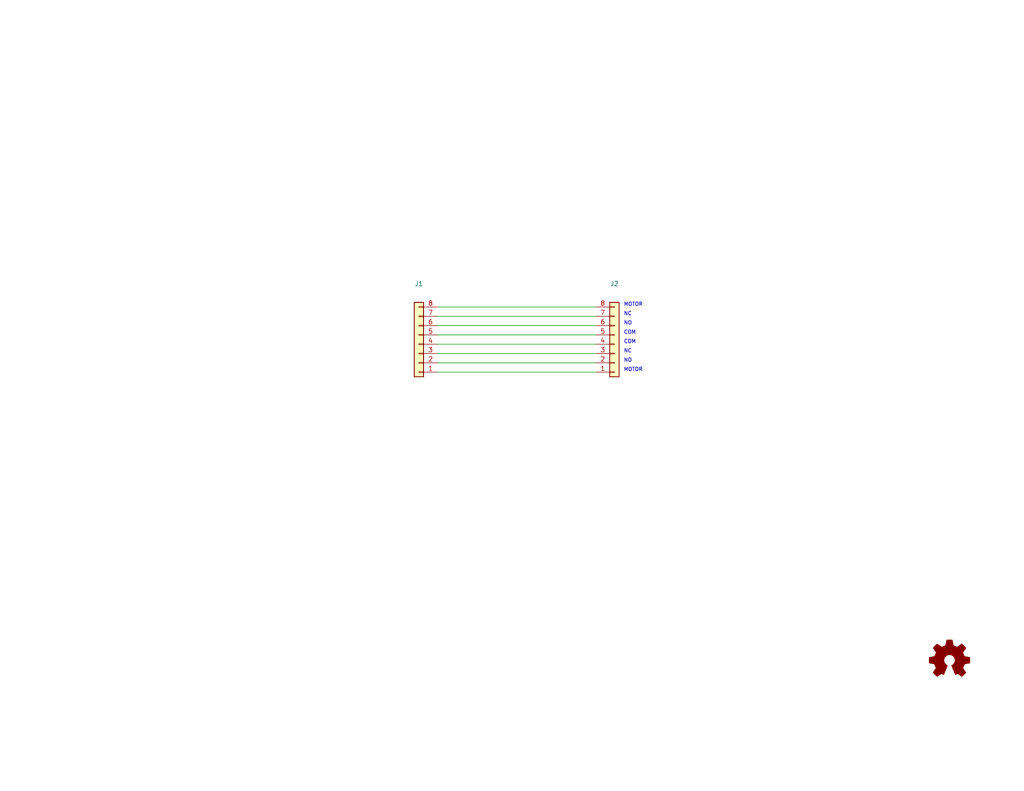
<source format=kicad_sch>
(kicad_sch (version 20211123) (generator eeschema)
  (paper "USLetter")
  (title_block (title "Tortoise Breakout Board") (date "2022-02-12") (rev "A") (company "Wright Train Works"))
  (lib_symbols
    (symbol "Connector_Generic:Conn_01x08" (pin_names (offset 1.016) hide)
      (property "Reference" "J" (at 0 10.16 0))
      (property "Value" "Conn_01x08" (at 0 -12.7 0))
      (symbol "Conn_01x08_1_1"
        (rectangle (start -1.27 -10.033) (end 0 -10.287) (stroke (width 0.1524)))
        (rectangle (start -1.27 -7.493) (end 0 -7.747) (stroke (width 0.1524)))
        (rectangle (start -1.27 -4.953) (end 0 -5.207) (stroke (width 0.1524)))
        (rectangle (start -1.27 -2.413) (end 0 -2.667) (stroke (width 0.1524)))
        (rectangle (start -1.27 0.127) (end 0 -0.127) (stroke (width 0.1524)))
        (rectangle (start -1.27 2.667) (end 0 2.413) (stroke (width 0.1524)))
        (rectangle (start -1.27 5.207) (end 0 4.953) (stroke (width 0.1524)))
        (rectangle (start -1.27 7.747) (end 0 7.493) (stroke (width 0.1524)))
        (rectangle (start -1.27 8.89) (end 1.27 -11.43) (stroke (width 0.254)) (fill (type background)))
        (pin passive line (at -5.08 7.62 0) (length 3.81) (name "Pin_1") (number "1"))
        (pin passive line (at -5.08 5.08 0) (length 3.81) (name "Pin_2") (number "2"))
        (pin passive line (at -5.08 2.54 0) (length 3.81) (name "Pin_3") (number "3"))
        (pin passive line (at -5.08 0 0) (length 3.81) (name "Pin_4") (number "4"))
        (pin passive line (at -5.08 -2.54 0) (length 3.81) (name "Pin_5") (number "5"))
        (pin passive line (at -5.08 -5.08 0) (length 3.81) (name "Pin_6") (number "6"))
        (pin passive line (at -5.08 -7.62 0) (length 3.81) (name "Pin_7") (number "7"))
        (pin passive line (at -5.08 -10.16 0) (length 3.81) (name "Pin_8") (number "8"))
      )
    )
    (symbol "Graphic:Logo_Open_Hardware_Small" (pin_names (offset 1.016))
      (symbol "Logo_Open_Hardware_Small_0_1"
        (polyline (pts (xy 3.3528 -4.3434) (xy 3.302 -4.318) (xy 3.175 -4.2418) (xy 2.9972 -4.1148) (xy 2.7686 -3.9624) (xy 2.54 -3.81) (xy 2.3622 -3.7084) (xy 2.2352 -3.6068) (xy 2.1844 -3.5814) (xy 2.159 -3.6068) (xy 2.0574 -3.6576) (xy 1.905 -3.7338) (xy 1.8034 -3.7846) (xy 1.6764 -3.8354) (xy 1.6002 -3.8354) (xy 1.6002 -3.8354) (xy 1.5494 -3.7338) (xy 1.4732 -3.5306) (xy 1.3462 -3.302) (xy 1.2446 -3.0226) (xy 1.1176 -2.7178) (xy 0.9652 -2.413) (xy 0.8636 -2.1082) (xy 0.7366 -1.8288) (xy 0.6604 -1.6256) (xy 0.6096 -1.4732) (xy 0.5842 -1.397) (xy 0.5842 -1.397) (xy 0.6604 -1.3208) (xy 0.7874 -1.2446) (xy 1.0414 -1.016) (xy 1.2954 -0.6858) (xy 1.4478 -0.3302) (xy 1.524 0.0762) (xy 1.4732 0.4572) (xy 1.3208 0.8128) (xy 1.0668 1.143) (xy 0.762 1.3716) (xy 0.4064 1.524) (xy 0 1.5748) (xy -0.381 1.5494) (xy -0.7366 1.397) (xy -1.0668 1.143) (xy -1.2192 0.9906) (xy -1.397 0.6604) (xy -1.524 0.3048) (xy -1.524 0.2286) (xy -1.4986 -0.1778) (xy -1.397 -0.5334) (xy -1.1938 -0.8636) (xy -0.9144 -1.143) (xy -0.8636 -1.1684) (xy -0.7366 -1.27) (xy -0.635 -1.3462) (xy -0.5842 -1.397) (xy -1.0668 -2.5908) (xy -1.143 -2.794) (xy -1.2954 -3.1242) (xy -1.397 -3.4036) (xy -1.4986 -3.6322) (xy -1.5748 -3.7846) (xy -1.6002 -3.8354) (xy -1.6002 -3.8354) (xy -1.651 -3.8354) (xy -1.7272 -3.81) (xy -1.905 -3.7338) (xy -2.0066 -3.683) (xy -2.1336 -3.6068) (xy -2.2098 -3.5814) (xy -2.2606 -3.6068) (xy -2.3622 -3.683) (xy -2.54 -3.81) (xy -2.7686 -3.9624) (xy -2.9718 -4.0894) (xy -3.1496 -4.2164) (xy -3.302 -4.318) (xy -3.3528 -4.3434) (xy -3.3782 -4.3434) (xy -3.429 -4.318) (xy -3.5306 -4.2164) (xy -3.7084 -4.064) (xy -3.937 -3.8354) (xy -3.9624 -3.81) (xy -4.1656 -3.6068) (xy -4.318 -3.4544) (xy -4.4196 -3.3274) (xy -4.445 -3.2766) (xy -4.445 -3.2766) (xy -4.4196 -3.2258) (xy -4.318 -3.0734) (xy -4.2164 -2.8956) (xy -4.064 -2.667) (xy -3.6576 -2.0828) (xy -3.8862 -1.5494) (xy -3.937 -1.3716) (xy -4.0386 -1.1684) (xy -4.0894 -1.0414) (xy -4.1148 -0.9652) (xy -4.191 -0.9398) (xy -4.318 -0.9144) (xy -4.5466 -0.8636) (xy -4.8006 -0.8128) (xy -5.0546 -0.7874) (xy -5.2578 -0.7366) (xy -5.4356 -0.7112) (xy -5.5118 -0.6858) (xy -5.5118 -0.6858) (xy -5.5372 -0.635) (xy -5.5372 -0.5588) (xy -5.5372 -0.4318) (xy -5.5626 -0.2286) (xy -5.5626 0.0762) (xy -5.5626 0.127) (xy -5.5372 0.4064) (xy -5.5372 0.635) (xy -5.5372 0.762) (xy -5.5372 0.8382) (xy -5.5372 0.8382) (xy -5.461 0.8382) (xy -5.3086 0.889) (xy -5.08 0.9144) (xy -4.826 0.9652) (xy -4.8006 0.9906) (xy -4.5466 1.0414) (xy -4.318 1.0668) (xy -4.1656 1.1176) (xy -4.0894 1.143) (xy -4.0894 1.143) (xy -4.0386 1.2446) (xy -3.9624 1.4224) (xy -3.8608 1.6256) (xy -3.7846 1.8288) (xy -3.7084 2.0066) (xy -3.6576 2.159) (xy -3.6322 2.2098) (xy -3.6322 2.2098) (xy -3.683 2.286) (xy -3.7592 2.413) (xy -3.8862 2.5908) (xy -4.064 2.8194) (xy -4.064 2.8448) (xy -4.2164 3.0734) (xy -4.3434 3.2512) (xy -4.4196 3.3782) (xy -4.445 3.4544) (xy -4.445 3.4544) (xy -4.3942 3.5052) (xy -4.2926 3.6322) (xy -4.1148 3.81) (xy -3.937 4.0132) (xy -3.8608 4.064) (xy -3.6576 4.2926) (xy -3.5052 4.4196) (xy -3.4036 4.4958) (xy -3.3528 4.5212) (xy -3.3528 4.5212) (xy -3.302 4.4704) (xy -3.1496 4.3688) (xy -2.9718 4.2418) (xy -2.7432 4.0894) (xy -2.7178 4.0894) (xy -2.4892 3.937) (xy -2.3114 3.81) (xy -2.1844 3.7084) (xy -2.1336 3.683) (xy -2.1082 3.683) (xy -2.032 3.7084) (xy -1.8542 3.7592) (xy -1.6764 3.8354) (xy -1.4732 3.937) (xy -1.27 4.0132) (xy -1.143 4.064) (xy -1.0668 4.1148) (xy -1.0668 4.1148) (xy -1.0414 4.191) (xy -1.016 4.3434) (xy -0.9652 4.572) (xy -0.9144 4.8514) (xy -0.889 4.9022) (xy -0.8382 5.1562) (xy -0.8128 5.3848) (xy -0.7874 5.5372) (xy -0.762 5.588) (xy -0.7112 5.6134) (xy -0.5842 5.6134) (xy -0.4064 5.6134) (xy -0.1524 5.6134) (xy 0.0762 5.6134) (xy 0.3302 5.6134) (xy 0.5334 5.6134) (xy 0.6858 5.588) (xy 0.7366 5.588) (xy 0.7366 5.588) (xy 0.762 5.5118) (xy 0.8128 5.334) (xy 0.8382 5.1054) (xy 0.9144 4.826) (xy 0.9144 4.7752) (xy 0.9652 4.5212) (xy 1.016 4.2926) (xy 1.0414 4.1402) (xy 1.0668 4.0894) (xy 1.0668 4.0894) (xy 1.1938 4.0386) (xy 1.3716 3.9624) (xy 1.5748 3.8608) (xy 2.0828 3.6576) (xy 2.7178 4.0894) (xy 2.7686 4.1402) (xy 2.9972 4.2926) (xy 3.175 4.4196) (xy 3.302 4.4958) (xy 3.3782 4.5212) (xy 3.3782 4.5212) (xy 3.429 4.4704) (xy 3.556 4.3434) (xy 3.7338 4.191) (xy 3.9116 3.9878) (xy 4.064 3.8354) (xy 4.2418 3.6576) (xy 4.3434 3.556) (xy 4.4196 3.4798) (xy 4.4196 3.429) (xy 4.4196 3.4036) (xy 4.3942 3.3274) (xy 4.2926 3.2004) (xy 4.1656 2.9972) (xy 4.0132 2.794) (xy 3.8862 2.5908) (xy 3.7592 2.3876) (xy 3.6576 2.2352) (xy 3.6322 2.159) (xy 3.6322 2.1336) (xy 3.683 2.0066) (xy 3.7592 1.8288) (xy 3.8608 1.6002) (xy 4.064 1.1176) (xy 4.3942 1.0414) (xy 4.5974 1.016) (xy 4.8768 0.9652) (xy 5.1308 0.9144) (xy 5.5372 0.8382) (xy 5.5626 -0.6604) (xy 5.4864 -0.6858) (xy 5.4356 -0.6858) (xy 5.2832 -0.7366) (xy 5.0546 -0.762) (xy 4.8006 -0.8128) (xy 4.5974 -0.8636) (xy 4.3688 -0.9144) (xy 4.2164 -0.9398) (xy 4.1402 -0.9398) (xy 4.1148 -0.9652) (xy 4.064 -1.0668) (xy 3.9878 -1.2446) (xy 3.9116 -1.4478) (xy 3.81 -1.651) (xy 3.7338 -1.8542) (xy 3.683 -2.0066) (xy 3.6576 -2.0828) (xy 3.683 -2.1336) (xy 3.7846 -2.2606) (xy 3.8862 -2.4638) (xy 4.0386 -2.667) (xy 4.191 -2.8956) (xy 4.318 -3.0734) (xy 4.3942 -3.2004) (xy 4.445 -3.2766) (xy 4.4196 -3.3274) (xy 4.3434 -3.429) (xy 4.1656 -3.5814) (xy 3.937 -3.8354) (xy 3.8862 -3.8608) (xy 3.683 -4.064) (xy 3.5306 -4.2164) (xy 3.4036 -4.318) (xy 3.3528 -4.3434)) (fill (type outline)))
      )
    )
  )
  (wire (pts (xy 119.38 91.44) (xy 162.56 91.44)))
  (wire (pts (xy 119.38 83.82) (xy 162.56 83.82)))
  (wire (pts (xy 119.38 86.36) (xy 162.56 86.36)))
  (wire (pts (xy 119.38 96.52) (xy 162.56 96.52)))
  (wire (pts (xy 119.38 88.9) (xy 162.56 88.9)))
  (wire (pts (xy 119.38 101.6) (xy 162.56 101.6)))
  (wire (pts (xy 119.38 99.06) (xy 162.56 99.06)))
  (wire (pts (xy 119.38 93.98) (xy 162.56 93.98)))
  (text "NC" (at 170.18 96.52 0) (effects (font (size 1 1)) (justify left bottom)))
  (text "NO" (at 170.18 88.9 0) (effects (font (size 1 1)) (justify left bottom)))
  (text "COM" (at 170.18 93.98 0) (effects (font (size 1 1)) (justify left bottom)))
  (text "NO" (at 170.18 99.06 0) (effects (font (size 1 1)) (justify left bottom)))
  (text "COM" (at 170.18 91.44 0) (effects (font (size 1 1)) (justify left bottom)))
  (text "MOTOR" (at 170.18 83.82 0) (effects (font (size 1 1)) (justify left bottom)))
  (text "MOTOR" (at 170.18 101.6 0) (effects (font (size 1 1)) (justify left bottom)))
  (text "NC" (at 170.18 86.36 0) (effects (font (size 1 1)) (justify left bottom)))
  (symbol (lib_id "Graphic:Logo_Open_Hardware_Small") (at 259.08 180.34 0) (unit 1)
    (property "Reference" "#LOGO1" (effects hide))
    (property "Value" "Logo_Open_Hardware_Small" (effects hide))
  )
  (symbol (lib_id "Connector_Generic:Conn_01x08") (at 167.64 93.98 0) (mirror x) (unit 1)
    (property "Reference" "J2" (at 167.64 77.47 0))
    (property "Value" "Conn_01x08" (effects hide))
    (property "Footprint" "EBM08DSXN:EBM08DSXN" (effects hide))
    (property "Sullins" "EBM08DSXN" (effects hide))
    (property "DigiKey" "S9676-ND" (effects hide))
  )
  (symbol (lib_id "Connector_Generic:Conn_01x08") (at 114.3 93.98 180) (unit 1)
    (property "Reference" "J1" (at 114.3 77.47 0))
    (property "Value" "Conn_01x08" (effects hide))
    (property "Footprint" "TerminalBlock_Phoenix:TerminalBlock_Phoenix_PT-1,5-8-5.0-H_1x08_P5.00mm_Horizontal" (effects hide))
  )
)
</source>
